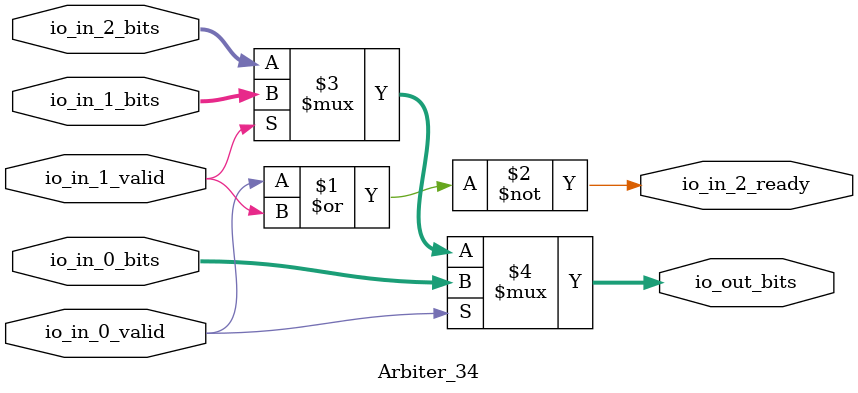
<source format=sv>
`ifndef RANDOMIZE
  `ifdef RANDOMIZE_REG_INIT
    `define RANDOMIZE
  `endif // RANDOMIZE_REG_INIT
`endif // not def RANDOMIZE
`ifndef RANDOMIZE
  `ifdef RANDOMIZE_MEM_INIT
    `define RANDOMIZE
  `endif // RANDOMIZE_MEM_INIT
`endif // not def RANDOMIZE

`ifndef RANDOM
  `define RANDOM $random
`endif // not def RANDOM

// Users can define 'PRINTF_COND' to add an extra gate to prints.
`ifndef PRINTF_COND_
  `ifdef PRINTF_COND
    `define PRINTF_COND_ (`PRINTF_COND)
  `else  // PRINTF_COND
    `define PRINTF_COND_ 1
  `endif // PRINTF_COND
`endif // not def PRINTF_COND_

// Users can define 'ASSERT_VERBOSE_COND' to add an extra gate to assert error printing.
`ifndef ASSERT_VERBOSE_COND_
  `ifdef ASSERT_VERBOSE_COND
    `define ASSERT_VERBOSE_COND_ (`ASSERT_VERBOSE_COND)
  `else  // ASSERT_VERBOSE_COND
    `define ASSERT_VERBOSE_COND_ 1
  `endif // ASSERT_VERBOSE_COND
`endif // not def ASSERT_VERBOSE_COND_

// Users can define 'STOP_COND' to add an extra gate to stop conditions.
`ifndef STOP_COND_
  `ifdef STOP_COND
    `define STOP_COND_ (`STOP_COND)
  `else  // STOP_COND
    `define STOP_COND_ 1
  `endif // STOP_COND
`endif // not def STOP_COND_

// Users can define INIT_RANDOM as general code that gets injected into the
// initializer block for modules with registers.
`ifndef INIT_RANDOM
  `define INIT_RANDOM
`endif // not def INIT_RANDOM

// If using random initialization, you can also define RANDOMIZE_DELAY to
// customize the delay used, otherwise 0.002 is used.
`ifndef RANDOMIZE_DELAY
  `define RANDOMIZE_DELAY 0.002
`endif // not def RANDOMIZE_DELAY

// Define INIT_RANDOM_PROLOG_ for use in our modules below.
`ifndef INIT_RANDOM_PROLOG_
  `ifdef RANDOMIZE
    `ifdef VERILATOR
      `define INIT_RANDOM_PROLOG_ `INIT_RANDOM
    `else  // VERILATOR
      `define INIT_RANDOM_PROLOG_ `INIT_RANDOM #`RANDOMIZE_DELAY begin end
    `endif // VERILATOR
  `else  // RANDOMIZE
    `define INIT_RANDOM_PROLOG_
  `endif // RANDOMIZE
`endif // not def INIT_RANDOM_PROLOG_

module Arbiter_34(
  input        io_in_0_valid,
  input  [3:0] io_in_0_bits,
  input        io_in_1_valid,
  input  [3:0] io_in_1_bits,
               io_in_2_bits,
  output       io_in_2_ready,
  output [3:0] io_out_bits
);

  assign io_in_2_ready = ~(io_in_0_valid | io_in_1_valid);	// @[Arbiter.scala:45:{68,78}]
  assign io_out_bits = io_in_0_valid ? io_in_0_bits : io_in_1_valid ? io_in_1_bits : io_in_2_bits;	// @[Arbiter.scala:136:15, :138:26, :140:19]
endmodule


</source>
